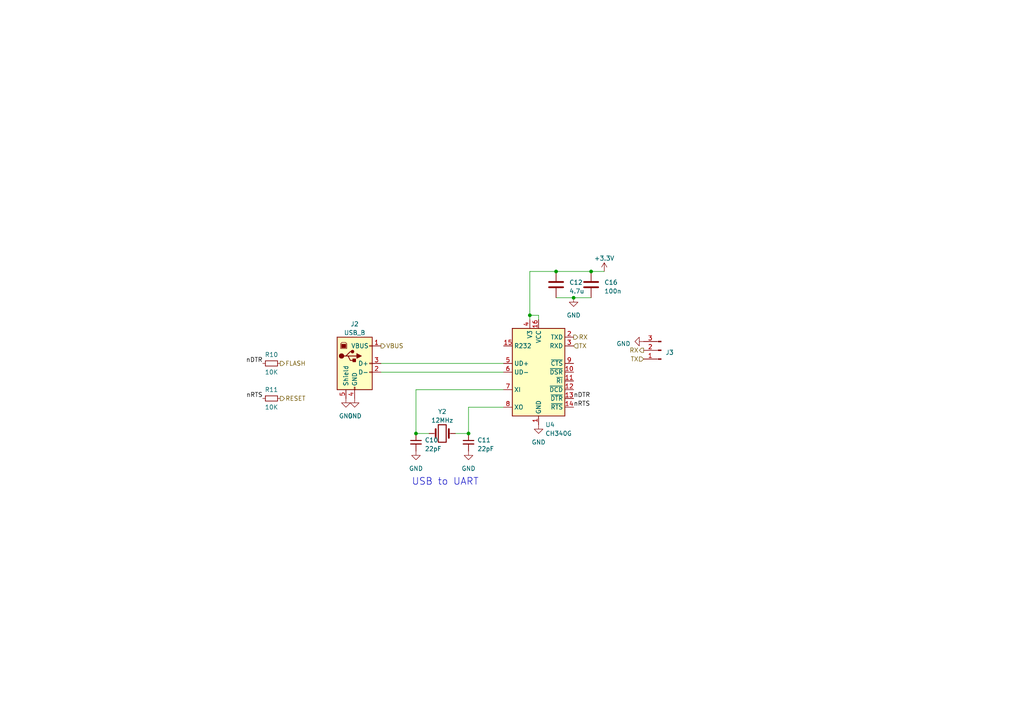
<source format=kicad_sch>
(kicad_sch (version 20230121) (generator eeschema)
  (paper "A4")
  (lib_symbols
    (symbol "Connector:Conn_01x03_Pin" (pin_names (offset 1.016) hide)
      (property "Reference" "J" (at 0 5.08 0))
      (property "Value" "Conn_01x03_Pin" (at 0 -5.08 0))
      (symbol "Conn_01x03_Pin_1_1"
        (polyline (pts (xy 1.27 -2.54) (xy 0.8636 -2.54)) (stroke (width 0.1524)))
        (polyline (pts (xy 1.27 0) (xy 0.8636 0)) (stroke (width 0.1524)))
        (polyline (pts (xy 1.27 2.54) (xy 0.8636 2.54)) (stroke (width 0.1524)))
        (rectangle (start 0.8636 -2.413) (end 0 -2.667) (stroke (width 0.1524)) (fill (type outline)))
        (rectangle (start 0.8636 0.127) (end 0 -0.127) (stroke (width 0.1524)) (fill (type outline)))
        (rectangle (start 0.8636 2.667) (end 0 2.413) (stroke (width 0.1524)) (fill (type outline)))
        (pin passive line (at 5.08 2.54 180) (length 3.81) (name "Pin_1") (number "1"))
        (pin passive line (at 5.08 0 180) (length 3.81) (name "Pin_2") (number "2"))
        (pin passive line (at 5.08 -2.54 180) (length 3.81) (name "Pin_3") (number "3"))
      )
    )
    (symbol "Connector:USB_B" (pin_names (offset 1.016))
      (property "Reference" "J" (at -5.08 11.43 0))
      (property "Value" "USB_B" (at -5.08 8.89 0))
      (symbol "USB_B_0_1"
        (rectangle (start -5.08 -7.62) (end 5.08 7.62) (stroke (width 0.254)) (fill (type background)))
        (circle (center -3.81 2.159) (radius 0.635) (stroke (width 0.254)) (fill (type outline)))
        (rectangle (start -3.81 5.588) (end -2.54 4.572) (fill (type outline)))
        (circle (center -0.635 3.429) (radius 0.381) (stroke (width 0.254)) (fill (type outline)))
        (rectangle (start -0.127 -7.62) (end 0.127 -6.858))
        (polyline (pts (xy -1.905 2.159) (xy 0.635 2.159)) (stroke (width 0.254)))
        (polyline (pts (xy -3.175 2.159) (xy -2.54 2.159) (xy -1.27 3.429) (xy -0.635 3.429)) (stroke (width 0.254)))
        (polyline (pts (xy -2.54 2.159) (xy -1.905 2.159) (xy -1.27 0.889) (xy 0 0.889)) (stroke (width 0.254)))
        (polyline (pts (xy 0.635 2.794) (xy 0.635 1.524) (xy 1.905 2.159) (xy 0.635 2.794)) (stroke (width 0.254)) (fill (type outline)))
        (polyline (pts (xy -4.064 4.318) (xy -2.286 4.318) (xy -2.286 5.715) (xy -2.667 6.096) (xy -3.683 6.096) (xy -4.064 5.715) (xy -4.064 4.318)))
        (rectangle (start 0.254 1.27) (end -0.508 0.508) (stroke (width 0.254)) (fill (type outline)))
        (rectangle (start 5.08 -2.667) (end 4.318 -2.413))
        (rectangle (start 5.08 -0.127) (end 4.318 0.127))
        (rectangle (start 5.08 4.953) (end 4.318 5.207))
      )
      (symbol "USB_B_1_1"
        (pin power_out line (at 7.62 5.08 180) (length 2.54) (name "VBUS") (number "1"))
        (pin bidirectional line (at 7.62 -2.54 180) (length 2.54) (name "D-") (number "2"))
        (pin bidirectional line (at 7.62 0 180) (length 2.54) (name "D+") (number "3"))
        (pin power_out line (at 0 -10.16 90) (length 2.54) (name "GND") (number "4"))
        (pin passive line (at -2.54 -10.16 90) (length 2.54) (name "Shield") (number "5"))
      )
    )
    (symbol "Device:C" (pin_numbers hide) (pin_names (offset 0.254))
      (property "Reference" "C" (at 0.635 2.54 0))
      (property "Value" "C" (at 0.635 -2.54 0))
      (symbol "C_0_1"
        (polyline (pts (xy -2.032 -0.762) (xy 2.032 -0.762)) (stroke (width 0.508)))
        (polyline (pts (xy -2.032 0.762) (xy 2.032 0.762)) (stroke (width 0.508)))
      )
      (symbol "C_1_1"
        (pin passive line (at 0 3.81 270) (length 2.794) (name "~") (number "1"))
        (pin passive line (at 0 -3.81 90) (length 2.794) (name "~") (number "2"))
      )
    )
    (symbol "Device:C_Small" (pin_numbers hide) (pin_names (offset 0.254) hide)
      (property "Reference" "C" (at 0.254 1.778 0))
      (property "Value" "C_Small" (at 0.254 -2.032 0))
      (symbol "C_Small_0_1"
        (polyline (pts (xy -1.524 -0.508) (xy 1.524 -0.508)) (stroke (width 0.3302)))
        (polyline (pts (xy -1.524 0.508) (xy 1.524 0.508)) (stroke (width 0.3048)))
      )
      (symbol "C_Small_1_1"
        (pin passive line (at 0 2.54 270) (length 2.032) (name "~") (number "1"))
        (pin passive line (at 0 -2.54 90) (length 2.032) (name "~") (number "2"))
      )
    )
    (symbol "Device:Crystal" (pin_numbers hide) (pin_names (offset 1.016) hide)
      (property "Reference" "Y" (at 0 3.81 0))
      (property "Value" "Crystal" (at 0 -3.81 0))
      (symbol "Crystal_0_1"
        (rectangle (start -1.143 2.54) (end 1.143 -2.54) (stroke (width 0.3048)))
        (polyline (pts (xy -2.54 0) (xy -1.905 0)))
        (polyline (pts (xy -1.905 -1.27) (xy -1.905 1.27)) (stroke (width 0.508)))
        (polyline (pts (xy 1.905 -1.27) (xy 1.905 1.27)) (stroke (width 0.508)))
        (polyline (pts (xy 2.54 0) (xy 1.905 0)))
      )
      (symbol "Crystal_1_1"
        (pin passive line (at -3.81 0 0) (length 1.27) (name "1") (number "1"))
        (pin passive line (at 3.81 0 180) (length 1.27) (name "2") (number "2"))
      )
    )
    (symbol "Device:R_Small" (pin_numbers hide) (pin_names (offset 0.254) hide)
      (property "Reference" "R" (at 0.762 0.508 0))
      (property "Value" "R_Small" (at 0.762 -1.016 0))
      (symbol "R_Small_0_1"
        (rectangle (start -0.762 1.778) (end 0.762 -1.778) (stroke (width 0.2032)))
      )
      (symbol "R_Small_1_1"
        (pin passive line (at 0 2.54 270) (length 0.762) (name "~") (number "1"))
        (pin passive line (at 0 -2.54 90) (length 0.762) (name "~") (number "2"))
      )
    )
    (symbol "Interface_USB:CH340G"
      (property "Reference" "U" (at -5.08 13.97 0))
      (property "Value" "CH340G" (at 1.27 13.97 0))
      (symbol "CH340G_0_1"
        (rectangle (start -7.62 12.7) (end 7.62 -12.7) (stroke (width 0.254)) (fill (type background)))
      )
      (symbol "CH340G_1_1"
        (pin power_in line (at 0 -15.24 90) (length 2.54) (name "GND") (number "1"))
        (pin input line (at 10.16 0 180) (length 2.54) (name "~{DSR}") (number "10"))
        (pin input line (at 10.16 -2.54 180) (length 2.54) (name "~{RI}") (number "11"))
        (pin input line (at 10.16 -5.08 180) (length 2.54) (name "~{DCD}") (number "12"))
        (pin output line (at 10.16 -7.62 180) (length 2.54) (name "~{DTR}") (number "13"))
        (pin output line (at 10.16 -10.16 180) (length 2.54) (name "~{RTS}") (number "14"))
        (pin input line (at -10.16 7.62 0) (length 2.54) (name "R232") (number "15"))
        (pin power_in line (at 0 15.24 270) (length 2.54) (name "VCC") (number "16"))
        (pin output line (at 10.16 10.16 180) (length 2.54) (name "TXD") (number "2"))
        (pin input line (at 10.16 7.62 180) (length 2.54) (name "RXD") (number "3"))
        (pin passive line (at -2.54 15.24 270) (length 2.54) (name "V3") (number "4"))
        (pin bidirectional line (at -10.16 2.54 0) (length 2.54) (name "UD+") (number "5"))
        (pin bidirectional line (at -10.16 0 0) (length 2.54) (name "UD-") (number "6"))
        (pin input line (at -10.16 -5.08 0) (length 2.54) (name "XI") (number "7"))
        (pin output line (at -10.16 -10.16 0) (length 2.54) (name "XO") (number "8"))
        (pin input line (at 10.16 2.54 180) (length 2.54) (name "~{CTS}") (number "9"))
      )
    )
    (symbol "power:+3.3V" (power) (pin_names (offset 0))
      (property "Value" "+3.3V" (at 0 3.556 0))
      (symbol "+3.3V_0_1"
        (polyline (pts (xy -0.762 1.27) (xy 0 2.54)))
        (polyline (pts (xy 0 0) (xy 0 2.54)))
        (polyline (pts (xy 0 2.54) (xy 0.762 1.27)))
      )
      (symbol "+3.3V_1_1"
        (pin power_in line (at 0 0 90) (length 0) hide (name "+3.3V") (number "1"))
      )
    )
    (symbol "power:GND" (power) (pin_names (offset 0))
      (property "Value" "GND" (at 0 -3.81 0))
      (symbol "GND_0_1"
        (polyline (pts (xy 0 0) (xy 0 -1.27) (xy 1.27 -1.27) (xy 0 -2.54) (xy -1.27 -1.27) (xy 0 -1.27)))
      )
      (symbol "GND_1_1"
        (pin power_in line (at 0 0 270) (length 0) hide (name "GND") (number "1"))
      )
    )
  )
  (junction (at 153.67 91.44))
  (junction (at 135.89 125.73))
  (junction (at 171.45 78.74))
  (junction (at 161.29 78.74))
  (junction (at 120.65 125.73))
  (junction (at 166.37 86.36))
  (wire (pts (xy 120.65 113.03) (xy 120.65 125.73)))
  (wire (pts (xy 135.89 118.11) (xy 146.05 118.11)))
  (wire (pts (xy 146.05 113.03) (xy 120.65 113.03)))
  (wire (pts (xy 135.89 125.73) (xy 135.89 118.11)))
  (wire (pts (xy 175.26 78.74) (xy 171.45 78.74)))
  (wire (pts (xy 120.65 125.73) (xy 124.46 125.73)))
  (wire (pts (xy 110.49 105.41) (xy 146.05 105.41)))
  (wire (pts (xy 110.49 107.95) (xy 146.05 107.95)))
  (wire (pts (xy 135.89 125.73) (xy 132.08 125.73)))
  (wire (pts (xy 153.67 91.44) (xy 156.21 91.44)))
  (wire (pts (xy 166.37 86.36) (xy 171.45 86.36)))
  (wire (pts (xy 156.21 91.44) (xy 156.21 92.71)))
  (wire (pts (xy 153.67 91.44) (xy 153.67 92.71)))
  (wire (pts (xy 153.67 78.74) (xy 161.29 78.74)))
  (wire (pts (xy 171.45 78.74) (xy 161.29 78.74)))
  (wire (pts (xy 153.67 78.74) (xy 153.67 91.44)))
  (wire (pts (xy 161.29 86.36) (xy 166.37 86.36)))
  (text "USB to UART" (at 119.38 140.97 0) (effects (font (size 2 2)) (justify left bottom)))
  (label "nRTS" (at 166.37 118.11 0))
  (label "nRTS" (at 76.2 115.57 180))
  (label "nDTR" (at 166.37 115.57 0))
  (label "nDTR" (at 76.2 105.41 180))
  (hierarchical_label "RX" (shape output) (at 186.69 101.6 180))
  (hierarchical_label "RESET" (shape output) (at 81.28 115.57 0))
  (hierarchical_label "TX" (shape input) (at 166.37 100.33 0))
  (hierarchical_label "FLASH" (shape output) (at 81.28 105.41 0))
  (hierarchical_label "VBUS" (shape output) (at 110.49 100.33 0))
  (hierarchical_label "RX" (shape output) (at 166.37 97.79 0))
  (hierarchical_label "TX" (shape input) (at 186.69 104.14 180))
  (symbol (lib_id "power:GND") (at 102.87 115.57 0) (unit 1)
    (property "Reference" "#PWR069" (effects hide))
    (property "Value" "GND" (at 102.87 120.65 0))
  )
  (symbol (lib_id "power:GND") (at 186.69 99.06 270) (unit 1)
    (property "Reference" "#PWR063" (effects hide))
    (property "Value" "GND" (at 182.88 99.695 90) (effects (justify right)))
    (instances (project "armatron_wheel_driver" (path "" (reference "#PWR063") (unit 1)) (path "" (reference "#PWR062") (unit 1))) (project "armatron_power_board" (path "" (reference "#PWR091") (unit 1))))
  )
  (symbol (lib_id "Interface_USB:CH340G") (at 156.21 107.95 0) (unit 1)
    (property "Reference" "U4" (at 158.1659 123.19 0) (effects (justify left)))
    (property "Value" "CH340G" (at 158.1659 125.73 0) (effects (justify left)))
    (property "Footprint" "Package_SO:SOIC-16_3.9x9.9mm_P1.27mm" (effects hide))
    (property "Datasheet" "http://www.datasheet5.com/pdf-local-2195953" (effects hide))
    (instances (project "armatron_wheel_driver" (path "" (reference "U4") (unit 1)) (path "" (reference "U4") (unit 1))) (project "armatron_power_board" (path "" (reference "U5") (unit 1))))
  )
  (symbol (lib_id "Device:C") (at 171.45 82.55 0) (unit 1)
    (property "Reference" "C16" (at 175.26 81.915 0) (effects (justify left)))
    (property "Value" "100n" (at 175.26 84.455 0) (effects (justify left)))
    (property "Footprint" "Capacitor_SMD:C_0805_2012Metric_Pad1.18x1.45mm_HandSolder" (effects hide))
    (instances (project "armatron_wheel_driver" (path "" (reference "C16") (unit 1))) (project "armatron_power_board" (path "" (reference "C7") (unit 1))))
  )
  (symbol (lib_id "power:GND") (at 156.21 123.19 0) (unit 1)
    (property "Reference" "#PWR062" (effects hide))
    (property "Value" "GND" (at 156.21 128.27 0))
    (instances (project "armatron_wheel_driver" (path "" (reference "#PWR062") (unit 1)) (path "" (reference "#PWR061") (unit 1))) (project "armatron_power_board" (path "" (reference "#PWR048") (unit 1))))
  )
  (symbol (lib_id "Device:C_Small") (at 120.65 128.27 0) (unit 1)
    (property "Reference" "C10" (at 123.19 127.6413 0) (effects (justify left)))
    (property "Value" "22pF" (at 123.19 130.1813 0) (effects (justify left)))
    (property "Footprint" "Capacitor_SMD:C_0805_2012Metric_Pad1.18x1.45mm_HandSolder" (effects hide))
    (instances (project "armatron_wheel_driver" (path "" (reference "C10") (unit 1)) (path "" (reference "C10") (unit 1))) (project "armatron_power_board" (path "" (reference "C9") (unit 1))))
  )
  (symbol (lib_id "Connector:Conn_01x03_Pin") (at 191.77 101.6 180) (unit 1)
    (property "Reference" "J3" (at 193.04 102.235 0) (effects (justify right)))
    (property "Value" "Conn_01x03_Pin" (effects hide))
    (property "Footprint" "Connector_PinHeader_2.54mm:PinHeader_1x03_P2.54mm_Vertical" (effects hide))
    (instances (project "armatron_wheel_driver" (path "" (reference "J3") (unit 1)) (path "" (reference "J3") (unit 1))) (project "armatron_power_board" (path "" (reference "J12") (unit 1))))
  )
  (symbol (lib_id "Connector:USB_B") (at 102.87 105.41 0) (unit 1)
    (property "Reference" "J2" (at 102.87 93.98 0))
    (property "Value" "USB_B" (at 102.87 96.52 0))
    (property "Footprint" "SamacSys_Parts:USB1030GFPBB" (effects hide))
    (property "Datasheet" " ~" (effects hide))
    (instances (project "armatron_wheel_driver" (path "" (reference "J2") (unit 1))) (project "armatron_power_board" (path "" (reference "J18") (unit 1))))
  )
  (symbol (lib_id "power:+3.3V") (at 175.26 78.74 0) (unit 1)
    (property "Reference" "#PWR072" (effects hide))
    (property "Value" "+3.3V" (at 175.26 74.93 0))
  )
  (symbol (lib_id "Device:C") (at 161.29 82.55 0) (unit 1)
    (property "Reference" "C12" (at 165.1 81.915 0) (effects (justify left)))
    (property "Value" "4.7u" (at 165.1 84.455 0) (effects (justify left)))
    (property "Footprint" "Capacitor_SMD:C_0805_2012Metric_Pad1.18x1.45mm_HandSolder" (effects hide))
    (instances (project "armatron_wheel_driver" (path "" (reference "C12") (unit 1)) (path "" (reference "C12") (unit 1))) (project "armatron_power_board" (path "" (reference "C6") (unit 1))))
  )
  (symbol (lib_id "Device:R_Small") (at 78.74 105.41 270) (unit 1)
    (property "Reference" "R10" (at 78.74 102.87 90))
    (property "Value" "10K" (at 78.74 107.95 90))
    (property "Footprint" "Resistor_SMD:R_0805_2012Metric_Pad1.20x1.40mm_HandSolder" (effects hide))
    (instances (project "armatron_wheel_driver" (path "" (reference "R10") (unit 1))) (project "armatron_power_board" (path "" (reference "R32") (unit 1))))
  )
  (symbol (lib_id "power:GND") (at 100.33 115.57 0) (unit 1)
    (property "Reference" "#PWR068" (effects hide))
    (property "Value" "GND" (at 100.33 120.65 0))
  )
  (symbol (lib_id "Device:C_Small") (at 135.89 128.27 0) (unit 1)
    (property "Reference" "C11" (at 138.43 127.6413 0) (effects (justify left)))
    (property "Value" "22pF" (at 138.43 130.1813 0) (effects (justify left)))
    (property "Footprint" "Capacitor_SMD:C_0805_2012Metric_Pad1.18x1.45mm_HandSolder" (effects hide))
    (instances (project "armatron_wheel_driver" (path "" (reference "C11") (unit 1)) (path "" (reference "C11") (unit 1))) (project "armatron_power_board" (path "" (reference "C10") (unit 1))))
  )
  (symbol (lib_id "Device:R_Small") (at 78.74 115.57 270) (unit 1)
    (property "Reference" "R11" (at 78.74 113.03 90))
    (property "Value" "10K" (at 78.74 118.11 90))
    (property "Footprint" "Resistor_SMD:R_0805_2012Metric_Pad1.20x1.40mm_HandSolder" (effects hide))
    (instances (project "armatron_wheel_driver" (path "" (reference "R11") (unit 1))) (project "armatron_power_board" (path "" (reference "R32") (unit 1))))
  )
  (symbol (lib_id "power:GND") (at 135.89 130.81 0) (unit 1)
    (property "Reference" "#PWR071" (effects hide))
    (property "Value" "GND" (at 135.89 135.89 0))
  )
  (symbol (lib_id "power:GND") (at 120.65 130.81 0) (unit 1)
    (property "Reference" "#PWR070" (effects hide))
    (property "Value" "GND" (at 120.65 135.89 0))
  )
  (symbol (lib_id "Device:Crystal") (at 128.27 125.73 0) (unit 1)
    (property "Reference" "Y2" (at 128.27 119.38 0))
    (property "Value" "12MHz" (at 128.27 121.92 0))
    (property "Footprint" "Crystal:Crystal_SMD_5032-2Pin_5.0x3.2mm_HandSoldering" (effects hide))
    (instances (project "armatron_wheel_driver" (path "" (reference "Y2") (unit 1)) (path "" (reference "Y2") (unit 1))) (project "armatron_power_board" (path "" (reference "Y1") (unit 1))))
  )
  (symbol (lib_id "power:GND") (at 166.37 86.36 0) (unit 1)
    (property "Reference" "#PWR061" (effects hide))
    (property "Value" "GND" (at 166.37 91.44 0))
    (instances (project "armatron_wheel_driver" (path "" (reference "#PWR061") (unit 1)) (path "" (reference "#PWR063") (unit 1))) (project "armatron_power_board" (path "" (reference "#PWR047") (unit 1))))
  )
)
</source>
